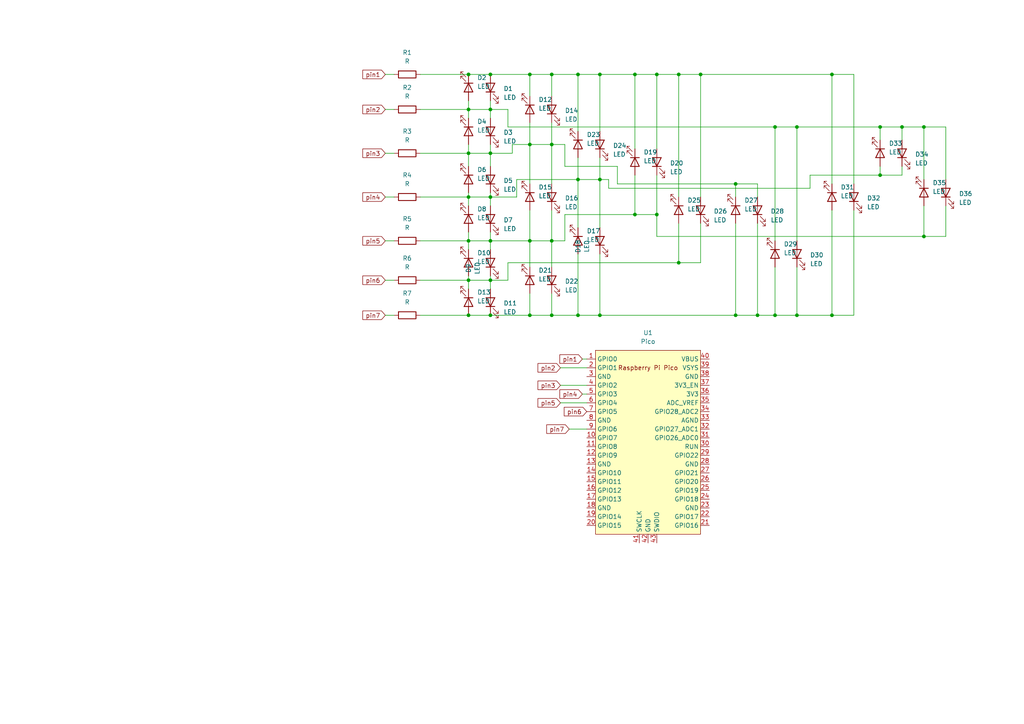
<source format=kicad_sch>
(kicad_sch (version 20231120) (generator "eeschema") (generator_version "8.0")
  (paper "A4")
  (lib_symbols
    (symbol "Device:LED" (pin_numbers hide) (pin_names (offset 1.016) hide)
      (property "Reference" "D" (at 0 2.54 0))
      (property "Value" "LED" (at 0 -2.54 0))
      (symbol "LED_0_1"
        (polyline (pts (xy -1.27 -1.27) (xy -1.27 1.27)) (stroke (width 0.254)))
        (polyline (pts (xy -1.27 0) (xy 1.27 0)))
        (polyline (pts (xy 1.27 -1.27) (xy 1.27 1.27) (xy -1.27 0) (xy 1.27 -1.27)) (stroke (width 0.254)))
        (polyline (pts (xy -3.048 -0.762) (xy -4.572 -2.286) (xy -3.81 -2.286) (xy -4.572 -2.286) (xy -4.572 -1.524)))
        (polyline (pts (xy -1.778 -0.762) (xy -3.302 -2.286) (xy -2.54 -2.286) (xy -3.302 -2.286) (xy -3.302 -1.524)))
      )
      (symbol "LED_1_1"
        (pin passive line (at -3.81 0 0) (length 2.54) (name "K") (number "1"))
        (pin passive line (at 3.81 0 180) (length 2.54) (name "A") (number "2"))
      )
    )
    (symbol "Device:R" (pin_numbers hide) (pin_names (offset 0))
      (property "Reference" "R" (at 2.032 0 90))
      (property "Value" "R" (at 0 0 90))
      (symbol "R_0_1"
        (rectangle (start -1.016 -2.54) (end 1.016 2.54) (stroke (width 0.254)))
      )
      (symbol "R_1_1"
        (pin passive line (at 0 3.81 270) (length 1.27) (name "~") (number "1"))
        (pin passive line (at 0 -3.81 90) (length 1.27) (name "~") (number "2"))
      )
    )
    (symbol "Pi Pico:Pico"
      (property "Reference" "U" (at -13.97 27.94 0))
      (property "Value" "Pico" (at 0 19.05 0))
      (symbol "Pico_0_0"
        (text "Raspberry Pi Pico" (at 0 21.59 0) (effects (font (size 1.27 1.27))))
      )
      (symbol "Pico_0_1"
        (rectangle (start -15.24 26.67) (end 15.24 -26.67) (fill (type background)))
      )
      (symbol "Pico_1_1"
        (pin bidirectional line (at -17.78 24.13 0) (length 2.54) (name "GPIO0") (number "1"))
        (pin bidirectional line (at -17.78 1.27 0) (length 2.54) (name "GPIO7") (number "10"))
        (pin bidirectional line (at -17.78 -1.27 0) (length 2.54) (name "GPIO8") (number "11"))
        (pin bidirectional line (at -17.78 -3.81 0) (length 2.54) (name "GPIO9") (number "12"))
        (pin power_in line (at -17.78 -6.35 0) (length 2.54) (name "GND") (number "13"))
        (pin bidirectional line (at -17.78 -8.89 0) (length 2.54) (name "GPIO10") (number "14"))
        (pin bidirectional line (at -17.78 -11.43 0) (length 2.54) (name "GPIO11") (number "15"))
        (pin bidirectional line (at -17.78 -13.97 0) (length 2.54) (name "GPIO12") (number "16"))
        (pin bidirectional line (at -17.78 -16.51 0) (length 2.54) (name "GPIO13") (number "17"))
        (pin power_in line (at -17.78 -19.05 0) (length 2.54) (name "GND") (number "18"))
        (pin bidirectional line (at -17.78 -21.59 0) (length 2.54) (name "GPIO14") (number "19"))
        (pin bidirectional line (at -17.78 21.59 0) (length 2.54) (name "GPIO1") (number "2"))
        (pin bidirectional line (at -17.78 -24.13 0) (length 2.54) (name "GPIO15") (number "20"))
        (pin bidirectional line (at 17.78 -24.13 180) (length 2.54) (name "GPIO16") (number "21"))
        (pin bidirectional line (at 17.78 -21.59 180) (length 2.54) (name "GPIO17") (number "22"))
        (pin power_in line (at 17.78 -19.05 180) (length 2.54) (name "GND") (number "23"))
        (pin bidirectional line (at 17.78 -16.51 180) (length 2.54) (name "GPIO18") (number "24"))
        (pin bidirectional line (at 17.78 -13.97 180) (length 2.54) (name "GPIO19") (number "25"))
        (pin bidirectional line (at 17.78 -11.43 180) (length 2.54) (name "GPIO20") (number "26"))
        (pin bidirectional line (at 17.78 -8.89 180) (length 2.54) (name "GPIO21") (number "27"))
        (pin power_in line (at 17.78 -6.35 180) (length 2.54) (name "GND") (number "28"))
        (pin bidirectional line (at 17.78 -3.81 180) (length 2.54) (name "GPIO22") (number "29"))
        (pin power_in line (at -17.78 19.05 0) (length 2.54) (name "GND") (number "3"))
        (pin input line (at 17.78 -1.27 180) (length 2.54) (name "RUN") (number "30"))
        (pin bidirectional line (at 17.78 1.27 180) (length 2.54) (name "GPIO26_ADC0") (number "31"))
        (pin bidirectional line (at 17.78 3.81 180) (length 2.54) (name "GPIO27_ADC1") (number "32"))
        (pin power_in line (at 17.78 6.35 180) (length 2.54) (name "AGND") (number "33"))
        (pin bidirectional line (at 17.78 8.89 180) (length 2.54) (name "GPIO28_ADC2") (number "34"))
        (pin power_in line (at 17.78 11.43 180) (length 2.54) (name "ADC_VREF") (number "35"))
        (pin power_in line (at 17.78 13.97 180) (length 2.54) (name "3V3") (number "36"))
        (pin input line (at 17.78 16.51 180) (length 2.54) (name "3V3_EN") (number "37"))
        (pin bidirectional line (at 17.78 19.05 180) (length 2.54) (name "GND") (number "38"))
        (pin power_in line (at 17.78 21.59 180) (length 2.54) (name "VSYS") (number "39"))
        (pin bidirectional line (at -17.78 16.51 0) (length 2.54) (name "GPIO2") (number "4"))
        (pin power_in line (at 17.78 24.13 180) (length 2.54) (name "VBUS") (number "40"))
        (pin input line (at -2.54 -29.21 90) (length 2.54) (name "SWCLK") (number "41"))
        (pin power_in line (at 0 -29.21 90) (length 2.54) (name "GND") (number "42"))
        (pin bidirectional line (at 2.54 -29.21 90) (length 2.54) (name "SWDIO") (number "43"))
        (pin bidirectional line (at -17.78 13.97 0) (length 2.54) (name "GPIO3") (number "5"))
        (pin bidirectional line (at -17.78 11.43 0) (length 2.54) (name "GPIO4") (number "6"))
        (pin bidirectional line (at -17.78 8.89 0) (length 2.54) (name "GPIO5") (number "7"))
        (pin power_in line (at -17.78 6.35 0) (length 2.54) (name "GND") (number "8"))
        (pin bidirectional line (at -17.78 3.81 0) (length 2.54) (name "GPIO6") (number "9"))
      )
    )
  )
  (junction (at 135.89 57.15))
  (junction (at 135.89 81.28))
  (junction (at 142.24 57.15))
  (junction (at 153.67 91.44))
  (junction (at 213.36 53.34))
  (junction (at 190.5 62.23))
  (junction (at 173.99 52.07))
  (junction (at 160.02 21.59))
  (junction (at 267.97 68.58))
  (junction (at 184.15 21.59))
  (junction (at 213.36 91.44))
  (junction (at 196.85 76.2))
  (junction (at 203.2 21.59))
  (junction (at 261.62 36.83))
  (junction (at 142.24 31.75))
  (junction (at 167.64 52.07))
  (junction (at 153.67 21.59))
  (junction (at 160.02 69.85))
  (junction (at 160.02 91.44))
  (junction (at 173.99 21.59))
  (junction (at 184.15 62.23))
  (junction (at 135.89 21.59))
  (junction (at 219.71 91.44))
  (junction (at 231.14 36.83))
  (junction (at 173.99 91.44))
  (junction (at 135.89 31.75))
  (junction (at 135.89 69.85))
  (junction (at 255.27 50.8))
  (junction (at 190.5 21.59))
  (junction (at 231.14 91.44))
  (junction (at 224.79 91.44))
  (junction (at 196.85 21.59))
  (junction (at 160.02 41.91))
  (junction (at 167.64 91.44))
  (junction (at 224.79 36.83))
  (junction (at 142.24 81.28))
  (junction (at 135.89 44.45))
  (junction (at 142.24 21.59))
  (junction (at 153.67 41.91))
  (junction (at 135.89 91.44))
  (junction (at 241.3 21.59))
  (junction (at 255.27 36.83))
  (junction (at 142.24 69.85))
  (junction (at 142.24 91.44))
  (junction (at 241.3 91.44))
  (junction (at 267.97 36.83))
  (junction (at 142.24 44.45))
  (junction (at 153.67 69.85))
  (junction (at 167.64 21.59))
  (wire (pts (xy 196.85 64.77) (xy 196.85 76.2)))
  (wire (pts (xy 167.64 52.07) (xy 167.64 66.04)))
  (wire (pts (xy 148.59 44.45) (xy 148.59 41.91)))
  (wire (pts (xy 142.24 31.75) (xy 147.32 31.75)))
  (wire (pts (xy 255.27 48.26) (xy 255.27 50.8)))
  (wire (pts (xy 173.99 52.07) (xy 173.99 66.04)))
  (wire (pts (xy 163.83 62.23) (xy 184.15 62.23)))
  (wire (pts (xy 274.32 36.83) (xy 267.97 36.83)))
  (wire (pts (xy 111.76 57.15) (xy 114.3 57.15)))
  (wire (pts (xy 234.95 54.61) (xy 234.95 50.8)))
  (wire (pts (xy 135.89 80.01) (xy 135.89 81.28)))
  (wire (pts (xy 142.24 81.28) (xy 147.32 81.28)))
  (wire (pts (xy 142.24 80.01) (xy 142.24 81.28)))
  (wire (pts (xy 147.32 36.83) (xy 224.79 36.83)))
  (wire (pts (xy 135.89 44.45) (xy 142.24 44.45)))
  (wire (pts (xy 167.64 91.44) (xy 160.02 91.44)))
  (wire (pts (xy 153.67 60.96) (xy 153.67 69.85)))
  (wire (pts (xy 160.02 27.94) (xy 160.02 21.59)))
  (wire (pts (xy 142.24 57.15) (xy 149.86 57.15)))
  (wire (pts (xy 135.89 41.91) (xy 135.89 44.45)))
  (wire (pts (xy 224.79 77.47) (xy 224.79 91.44)))
  (wire (pts (xy 153.67 21.59) (xy 153.67 27.94)))
  (wire (pts (xy 148.59 41.91) (xy 153.67 41.91)))
  (wire (pts (xy 153.67 91.44) (xy 142.24 91.44)))
  (wire (pts (xy 234.95 50.8) (xy 255.27 50.8)))
  (wire (pts (xy 224.79 36.83) (xy 224.79 69.85)))
  (wire (pts (xy 213.36 53.34) (xy 213.36 57.15)))
  (wire (pts (xy 162.56 106.68) (xy 170.18 106.68)))
  (wire (pts (xy 111.76 31.75) (xy 114.3 31.75)))
  (wire (pts (xy 142.24 31.75) (xy 142.24 34.29)))
  (wire (pts (xy 160.02 41.91) (xy 163.83 41.91)))
  (wire (pts (xy 160.02 69.85) (xy 160.02 77.47)))
  (wire (pts (xy 111.76 91.44) (xy 114.3 91.44)))
  (wire (pts (xy 173.99 38.1) (xy 173.99 21.59)))
  (wire (pts (xy 173.99 91.44) (xy 167.64 91.44)))
  (wire (pts (xy 255.27 36.83) (xy 255.27 40.64)))
  (wire (pts (xy 153.67 35.56) (xy 153.67 41.91)))
  (wire (pts (xy 111.76 81.28) (xy 114.3 81.28)))
  (wire (pts (xy 153.67 69.85) (xy 142.24 69.85)))
  (wire (pts (xy 142.24 81.28) (xy 142.24 83.82)))
  (wire (pts (xy 160.02 35.56) (xy 160.02 41.91)))
  (wire (pts (xy 121.92 44.45) (xy 135.89 44.45)))
  (wire (pts (xy 160.02 69.85) (xy 153.67 69.85)))
  (wire (pts (xy 121.92 69.85) (xy 135.89 69.85)))
  (wire (pts (xy 165.1 124.46) (xy 170.18 124.46)))
  (wire (pts (xy 190.5 62.23) (xy 190.5 50.8)))
  (wire (pts (xy 231.14 36.83) (xy 231.14 69.85)))
  (wire (pts (xy 219.71 64.77) (xy 219.71 91.44)))
  (wire (pts (xy 213.36 64.77) (xy 213.36 91.44)))
  (wire (pts (xy 142.24 44.45) (xy 142.24 48.26)))
  (wire (pts (xy 142.24 41.91) (xy 142.24 44.45)))
  (wire (pts (xy 142.24 29.21) (xy 142.24 31.75)))
  (wire (pts (xy 224.79 91.44) (xy 219.71 91.44)))
  (wire (pts (xy 173.99 45.72) (xy 173.99 52.07)))
  (wire (pts (xy 267.97 59.69) (xy 267.97 68.58)))
  (wire (pts (xy 168.91 114.3) (xy 170.18 114.3)))
  (wire (pts (xy 274.32 52.07) (xy 274.32 36.83)))
  (wire (pts (xy 135.89 81.28) (xy 142.24 81.28)))
  (wire (pts (xy 267.97 36.83) (xy 267.97 52.07)))
  (wire (pts (xy 149.86 57.15) (xy 149.86 52.07)))
  (wire (pts (xy 190.5 68.58) (xy 267.97 68.58)))
  (wire (pts (xy 135.89 29.21) (xy 135.89 31.75)))
  (wire (pts (xy 190.5 21.59) (xy 190.5 43.18)))
  (wire (pts (xy 135.89 67.31) (xy 135.89 69.85)))
  (wire (pts (xy 184.15 50.8) (xy 184.15 62.23)))
  (wire (pts (xy 231.14 77.47) (xy 231.14 91.44)))
  (wire (pts (xy 184.15 21.59) (xy 173.99 21.59)))
  (wire (pts (xy 121.92 91.44) (xy 135.89 91.44)))
  (wire (pts (xy 160.02 91.44) (xy 153.67 91.44)))
  (wire (pts (xy 247.65 53.34) (xy 247.65 21.59)))
  (wire (pts (xy 160.02 69.85) (xy 163.83 69.85)))
  (wire (pts (xy 255.27 50.8) (xy 261.62 50.8)))
  (wire (pts (xy 173.99 73.66) (xy 173.99 91.44)))
  (wire (pts (xy 267.97 68.58) (xy 274.32 68.58)))
  (wire (pts (xy 241.3 21.59) (xy 241.3 53.34)))
  (wire (pts (xy 147.32 31.75) (xy 147.32 36.83)))
  (wire (pts (xy 135.89 57.15) (xy 142.24 57.15)))
  (wire (pts (xy 196.85 21.59) (xy 196.85 57.15)))
  (wire (pts (xy 173.99 52.07) (xy 167.64 52.07)))
  (wire (pts (xy 153.67 85.09) (xy 153.67 91.44)))
  (wire (pts (xy 135.89 81.28) (xy 135.89 83.82)))
  (wire (pts (xy 121.92 57.15) (xy 135.89 57.15)))
  (wire (pts (xy 241.3 60.96) (xy 241.3 91.44)))
  (wire (pts (xy 261.62 50.8) (xy 261.62 48.26)))
  (wire (pts (xy 121.92 31.75) (xy 135.89 31.75)))
  (wire (pts (xy 111.76 21.59) (xy 114.3 21.59)))
  (wire (pts (xy 135.89 44.45) (xy 135.89 48.26)))
  (wire (pts (xy 142.24 44.45) (xy 148.59 44.45)))
  (wire (pts (xy 153.67 53.34) (xy 153.67 41.91)))
  (wire (pts (xy 261.62 36.83) (xy 255.27 36.83)))
  (wire (pts (xy 135.89 69.85) (xy 135.89 72.39)))
  (wire (pts (xy 135.89 55.88) (xy 135.89 57.15)))
  (wire (pts (xy 173.99 52.07) (xy 176.53 52.07)))
  (wire (pts (xy 231.14 91.44) (xy 224.79 91.44)))
  (wire (pts (xy 147.32 76.2) (xy 196.85 76.2)))
  (wire (pts (xy 142.24 57.15) (xy 142.24 59.69)))
  (wire (pts (xy 160.02 60.96) (xy 160.02 69.85)))
  (wire (pts (xy 167.64 73.66) (xy 167.64 91.44)))
  (wire (pts (xy 190.5 21.59) (xy 184.15 21.59)))
  (wire (pts (xy 176.53 52.07) (xy 176.53 54.61)))
  (wire (pts (xy 153.67 69.85) (xy 153.67 77.47)))
  (wire (pts (xy 219.71 91.44) (xy 213.36 91.44)))
  (wire (pts (xy 213.36 53.34) (xy 219.71 53.34)))
  (wire (pts (xy 153.67 21.59) (xy 142.24 21.59)))
  (wire (pts (xy 160.02 53.34) (xy 160.02 41.91)))
  (wire (pts (xy 167.64 21.59) (xy 160.02 21.59)))
  (wire (pts (xy 168.91 104.14) (xy 170.18 104.14)))
  (wire (pts (xy 142.24 55.88) (xy 142.24 57.15)))
  (wire (pts (xy 173.99 21.59) (xy 167.64 21.59)))
  (wire (pts (xy 267.97 36.83) (xy 261.62 36.83)))
  (wire (pts (xy 247.65 91.44) (xy 241.3 91.44)))
  (wire (pts (xy 142.24 67.31) (xy 142.24 69.85)))
  (wire (pts (xy 160.02 21.59) (xy 153.67 21.59)))
  (wire (pts (xy 179.07 53.34) (xy 213.36 53.34)))
  (wire (pts (xy 135.89 57.15) (xy 135.89 59.69)))
  (wire (pts (xy 261.62 40.64) (xy 261.62 36.83)))
  (wire (pts (xy 196.85 76.2) (xy 203.2 76.2)))
  (wire (pts (xy 184.15 62.23) (xy 190.5 62.23)))
  (wire (pts (xy 160.02 85.09) (xy 160.02 91.44)))
  (wire (pts (xy 219.71 57.15) (xy 219.71 53.34)))
  (wire (pts (xy 255.27 36.83) (xy 231.14 36.83)))
  (wire (pts (xy 203.2 76.2) (xy 203.2 64.77)))
  (wire (pts (xy 184.15 21.59) (xy 184.15 43.18)))
  (wire (pts (xy 121.92 81.28) (xy 135.89 81.28)))
  (wire (pts (xy 274.32 68.58) (xy 274.32 59.69)))
  (wire (pts (xy 203.2 57.15) (xy 203.2 21.59)))
  (wire (pts (xy 224.79 36.83) (xy 231.14 36.83)))
  (wire (pts (xy 196.85 21.59) (xy 190.5 21.59)))
  (wire (pts (xy 147.32 81.28) (xy 147.32 76.2)))
  (wire (pts (xy 111.76 44.45) (xy 114.3 44.45)))
  (wire (pts (xy 167.64 21.59) (xy 167.64 38.1)))
  (wire (pts (xy 163.83 48.26) (xy 179.07 48.26)))
  (wire (pts (xy 135.89 21.59) (xy 142.24 21.59)))
  (wire (pts (xy 135.89 91.44) (xy 142.24 91.44)))
  (wire (pts (xy 190.5 62.23) (xy 190.5 68.58)))
  (wire (pts (xy 167.64 52.07) (xy 167.64 45.72)))
  (wire (pts (xy 163.83 69.85) (xy 163.83 62.23)))
  (wire (pts (xy 135.89 69.85) (xy 142.24 69.85)))
  (wire (pts (xy 153.67 41.91) (xy 160.02 41.91)))
  (wire (pts (xy 213.36 91.44) (xy 173.99 91.44)))
  (wire (pts (xy 162.56 116.84) (xy 170.18 116.84)))
  (wire (pts (xy 203.2 21.59) (xy 196.85 21.59)))
  (wire (pts (xy 247.65 60.96) (xy 247.65 91.44)))
  (wire (pts (xy 176.53 54.61) (xy 234.95 54.61)))
  (wire (pts (xy 149.86 52.07) (xy 167.64 52.07)))
  (wire (pts (xy 163.83 41.91) (xy 163.83 48.26)))
  (wire (pts (xy 162.56 111.76) (xy 170.18 111.76)))
  (wire (pts (xy 179.07 48.26) (xy 179.07 53.34)))
  (wire (pts (xy 142.24 69.85) (xy 142.24 72.39)))
  (wire (pts (xy 111.76 69.85) (xy 114.3 69.85)))
  (wire (pts (xy 241.3 21.59) (xy 203.2 21.59)))
  (wire (pts (xy 121.92 21.59) (xy 135.89 21.59)))
  (wire (pts (xy 247.65 21.59) (xy 241.3 21.59)))
  (wire (pts (xy 135.89 31.75) (xy 142.24 31.75)))
  (wire (pts (xy 241.3 91.44) (xy 231.14 91.44)))
  (wire (pts (xy 135.89 31.75) (xy 135.89 34.29)))
  (global_label "pin4" (shape input) (at 168.91 114.3 180) (property "Intersheetrefs" "${INTERSHEET_REFS}" (effects (hide yes))))
  (global_label "pin5" (shape input) (at 162.56 116.84 180) (property "Intersheetrefs" "${INTERSHEET_REFS}" (effects (hide yes))))
  (global_label "pin2" (shape input) (at 111.76 31.75 180) (property "Intersheetrefs" "${INTERSHEET_REFS}" (effects (hide yes))))
  (global_label "pin5" (shape input) (at 111.76 69.85 180) (property "Intersheetrefs" "${INTERSHEET_REFS}" (effects (hide yes))))
  (global_label "pin2" (shape input) (at 162.56 106.68 180) (property "Intersheetrefs" "${INTERSHEET_REFS}" (effects (hide yes))))
  (global_label "pin1" (shape input) (at 168.91 104.14 180) (property "Intersheetrefs" "${INTERSHEET_REFS}" (effects (hide yes))))
  (global_label "pin4" (shape input) (at 111.76 57.15 180) (property "Intersheetrefs" "${INTERSHEET_REFS}" (effects (hide yes))))
  (global_label "pin7" (shape input) (at 165.1 124.46 180) (property "Intersheetrefs" "${INTERSHEET_REFS}" (effects (hide yes))))
  (global_label "pin3" (shape input) (at 111.76 44.45 180) (property "Intersheetrefs" "${INTERSHEET_REFS}" (effects (hide yes))))
  (global_label "pin6" (shape input) (at 111.76 81.28 180) (property "Intersheetrefs" "${INTERSHEET_REFS}" (effects (hide yes))))
  (global_label "pin6" (shape input) (at 170.18 119.38 180) (property "Intersheetrefs" "${INTERSHEET_REFS}" (effects (hide yes))))
  (global_label "pin1" (shape input) (at 111.76 21.59 180) (property "Intersheetrefs" "${INTERSHEET_REFS}" (effects (hide yes))))
  (global_label "pin3" (shape input) (at 162.56 111.76 180) (property "Intersheetrefs" "${INTERSHEET_REFS}" (effects (hide yes))))
  (global_label "pin7" (shape input) (at 111.76 91.44 180) (property "Intersheetrefs" "${INTERSHEET_REFS}" (effects (hide yes))))
  (symbol (lib_id "Device:R") (at 118.11 81.28 90) (unit 1)
    (property "Reference" "R6" (at 118.11 74.93 90))
    (property "Value" "R" (at 118.11 77.47 90))
    (property "Footprint" "Resistor_SMD:R_0805_2012Metric" (effects (hide yes)))
    (property "Description" "Resistor" (effects (hide yes)))
  )
  (symbol (lib_id "Device:LED") (at 135.89 87.63 270) (unit 1)
    (property "Reference" "D13" (at 138.43 84.7724 90) (effects (justify left)))
    (property "Value" "LED" (at 138.43 87.3124 90) (effects (justify left)))
    (property "Footprint" "LED_SMD:LED_0805_2012Metric" (effects (hide yes)))
    (property "Description" "Light emitting diode" (effects (hide yes)))
  )
  (symbol (lib_id "Pi Pico:Pico") (at 187.96 128.27 0) (unit 1)
    (property "Reference" "U1" (at 187.96 96.52 0))
    (property "Value" "Pico" (at 187.96 99.06 0))
    (property "Footprint" "Pi Pico:RPi_Pico_SMD_TH" (effects (hide yes)))
  )
  (symbol (lib_id "Device:LED") (at 267.97 55.88 270) (unit 1)
    (property "Reference" "D35" (at 270.51 53.0224 90) (effects (justify left)))
    (property "Value" "LED" (at 270.51 55.5624 90) (effects (justify left)))
    (property "Footprint" "LED_SMD:LED_0805_2012Metric" (effects (hide yes)))
    (property "Description" "Light emitting diode" (effects (hide yes)))
  )
  (symbol (lib_id "Device:R") (at 118.11 57.15 90) (unit 1)
    (property "Reference" "R4" (at 118.11 50.8 90))
    (property "Value" "R" (at 118.11 53.34 90))
    (property "Footprint" "Resistor_SMD:R_0805_2012Metric" (effects (hide yes)))
    (property "Description" "Resistor" (effects (hide yes)))
  )
  (symbol (lib_id "Device:LED") (at 142.24 76.2 90) (unit 1)
    (property "Reference" "D9" (at 135.89 77.7875 0))
    (property "Value" "LED" (at 138.43 77.7875 0))
    (property "Footprint" "LED_SMD:LED_0805_2012Metric" (effects (hide yes)))
    (property "Description" "Light emitting diode" (effects (hide yes)))
  )
  (symbol (lib_id "Device:LED") (at 241.3 57.15 270) (unit 1)
    (property "Reference" "D31" (at 243.84 54.2924 90) (effects (justify left)))
    (property "Value" "LED" (at 243.84 56.8324 90) (effects (justify left)))
    (property "Footprint" "LED_SMD:LED_0805_2012Metric" (effects (hide yes)))
    (property "Description" "Light emitting diode" (effects (hide yes)))
  )
  (symbol (lib_id "Device:LED") (at 160.02 31.75 90) (unit 1)
    (property "Reference" "D14" (at 163.83 32.0674 90) (effects (justify right)))
    (property "Value" "LED" (at 163.83 34.6074 90) (effects (justify right)))
    (property "Footprint" "LED_SMD:LED_0805_2012Metric" (effects (hide yes)))
    (property "Description" "Light emitting diode" (effects (hide yes)))
  )
  (symbol (lib_id "Device:LED") (at 153.67 31.75 270) (unit 1)
    (property "Reference" "D12" (at 156.21 28.8924 90) (effects (justify left)))
    (property "Value" "LED" (at 156.21 31.4324 90) (effects (justify left)))
    (property "Footprint" "LED_SMD:LED_0805_2012Metric" (effects (hide yes)))
    (property "Description" "Light emitting diode" (effects (hide yes)))
  )
  (symbol (lib_id "Device:R") (at 118.11 21.59 90) (unit 1)
    (property "Reference" "R1" (at 118.11 15.24 90))
    (property "Value" "R" (at 118.11 17.78 90))
    (property "Footprint" "Resistor_SMD:R_0805_2012Metric" (effects (hide yes)))
    (property "Description" "Resistor" (effects (hide yes)))
  )
  (symbol (lib_id "Device:LED") (at 190.5 46.99 90) (unit 1)
    (property "Reference" "D20" (at 194.31 47.3074 90) (effects (justify right)))
    (property "Value" "LED" (at 194.31 49.8474 90) (effects (justify right)))
    (property "Footprint" "LED_SMD:LED_0805_2012Metric" (effects (hide yes)))
    (property "Description" "Light emitting diode" (effects (hide yes)))
  )
  (symbol (lib_id "Device:LED") (at 247.65 57.15 90) (unit 1)
    (property "Reference" "D32" (at 251.46 57.4674 90) (effects (justify right)))
    (property "Value" "LED" (at 251.46 60.0074 90) (effects (justify right)))
    (property "Footprint" "LED_SMD:LED_0805_2012Metric" (effects (hide yes)))
    (property "Description" "Light emitting diode" (effects (hide yes)))
  )
  (symbol (lib_id "Device:LED") (at 142.24 25.4 90) (unit 1)
    (property "Reference" "D1" (at 146.05 25.7174 90) (effects (justify right)))
    (property "Value" "LED" (at 146.05 28.2574 90) (effects (justify right)))
    (property "Footprint" "LED_SMD:LED_0805_2012Metric" (effects (hide yes)))
    (property "Description" "Light emitting diode" (effects (hide yes)))
  )
  (symbol (lib_id "Device:LED") (at 142.24 38.1 90) (unit 1)
    (property "Reference" "D3" (at 146.05 38.4174 90) (effects (justify right)))
    (property "Value" "LED" (at 146.05 40.9574 90) (effects (justify right)))
    (property "Footprint" "LED_SMD:LED_0805_2012Metric" (effects (hide yes)))
    (property "Description" "Light emitting diode" (effects (hide yes)))
  )
  (symbol (lib_id "Device:LED") (at 160.02 57.15 90) (unit 1)
    (property "Reference" "D16" (at 163.83 57.4674 90) (effects (justify right)))
    (property "Value" "LED" (at 163.83 60.0074 90) (effects (justify right)))
    (property "Footprint" "LED_SMD:LED_0805_2012Metric" (effects (hide yes)))
    (property "Description" "Light emitting diode" (effects (hide yes)))
  )
  (symbol (lib_id "Device:LED") (at 142.24 63.5 90) (unit 1)
    (property "Reference" "D7" (at 146.05 63.8174 90) (effects (justify right)))
    (property "Value" "LED" (at 146.05 66.3574 90) (effects (justify right)))
    (property "Footprint" "LED_SMD:LED_0805_2012Metric" (effects (hide yes)))
    (property "Description" "Light emitting diode" (effects (hide yes)))
  )
  (symbol (lib_id "Device:LED") (at 261.62 44.45 90) (unit 1)
    (property "Reference" "D34" (at 265.43 44.7674 90) (effects (justify right)))
    (property "Value" "LED" (at 265.43 47.3074 90) (effects (justify right)))
    (property "Footprint" "LED_SMD:LED_0805_2012Metric" (effects (hide yes)))
    (property "Description" "Light emitting diode" (effects (hide yes)))
  )
  (symbol (lib_id "Device:LED") (at 135.89 76.2 270) (unit 1)
    (property "Reference" "D10" (at 138.43 73.3424 90) (effects (justify left)))
    (property "Value" "LED" (at 138.43 75.8824 90) (effects (justify left)))
    (property "Footprint" "LED_SMD:LED_0805_2012Metric" (effects (hide yes)))
    (property "Description" "Light emitting diode" (effects (hide yes)))
  )
  (symbol (lib_id "Device:LED") (at 274.32 55.88 90) (unit 1)
    (property "Reference" "D36" (at 278.13 56.1974 90) (effects (justify right)))
    (property "Value" "LED" (at 278.13 58.7374 90) (effects (justify right)))
    (property "Footprint" "LED_SMD:LED_0805_2012Metric" (effects (hide yes)))
    (property "Description" "Light emitting diode" (effects (hide yes)))
  )
  (symbol (lib_id "Device:LED") (at 142.24 52.07 90) (unit 1)
    (property "Reference" "D5" (at 146.05 52.3874 90) (effects (justify right)))
    (property "Value" "LED" (at 146.05 54.9274 90) (effects (justify right)))
    (property "Footprint" "LED_SMD:LED_0805_2012Metric" (effects (hide yes)))
    (property "Description" "Light emitting diode" (effects (hide yes)))
  )
  (symbol (lib_id "Device:R") (at 118.11 91.44 90) (unit 1)
    (property "Reference" "R7" (at 118.11 85.09 90))
    (property "Value" "R" (at 118.11 87.63 90))
    (property "Footprint" "Resistor_SMD:R_0805_2012Metric" (effects (hide yes)))
    (property "Description" "Resistor" (effects (hide yes)))
  )
  (symbol (lib_id "Device:LED") (at 173.99 69.85 90) (unit 1)
    (property "Reference" "D18" (at 167.64 71.4375 0))
    (property "Value" "LED" (at 170.18 71.4375 0))
    (property "Footprint" "LED_SMD:LED_0805_2012Metric" (effects (hide yes)))
    (property "Description" "Light emitting diode" (effects (hide yes)))
  )
  (symbol (lib_id "Device:LED") (at 142.24 87.63 90) (unit 1)
    (property "Reference" "D11" (at 146.05 87.9474 90) (effects (justify right)))
    (property "Value" "LED" (at 146.05 90.4874 90) (effects (justify right)))
    (property "Footprint" "LED_SMD:LED_0805_2012Metric" (effects (hide yes)))
    (property "Description" "Light emitting diode" (effects (hide yes)))
  )
  (symbol (lib_id "Device:LED") (at 184.15 46.99 270) (unit 1)
    (property "Reference" "D19" (at 186.69 44.1324 90) (effects (justify left)))
    (property "Value" "LED" (at 186.69 46.6724 90) (effects (justify left)))
    (property "Footprint" "LED_SMD:LED_0805_2012Metric" (effects (hide yes)))
    (property "Description" "Light emitting diode" (effects (hide yes)))
  )
  (symbol (lib_id "Device:LED") (at 173.99 41.91 90) (unit 1)
    (property "Reference" "D24" (at 177.8 42.2274 90) (effects (justify right)))
    (property "Value" "LED" (at 177.8 44.7674 90) (effects (justify right)))
    (property "Footprint" "LED_SMD:LED_0805_2012Metric" (effects (hide yes)))
    (property "Description" "Light emitting diode" (effects (hide yes)))
  )
  (symbol (lib_id "Device:LED") (at 196.85 60.96 270) (unit 1)
    (property "Reference" "D25" (at 199.39 58.1024 90) (effects (justify left)))
    (property "Value" "LED" (at 199.39 60.6424 90) (effects (justify left)))
    (property "Footprint" "LED_SMD:LED_0805_2012Metric" (effects (hide yes)))
    (property "Description" "Light emitting diode" (effects (hide yes)))
  )
  (symbol (lib_id "Device:R") (at 118.11 69.85 90) (unit 1)
    (property "Reference" "R5" (at 118.11 63.5 90))
    (property "Value" "R" (at 118.11 66.04 90))
    (property "Footprint" "Resistor_SMD:R_0805_2012Metric" (effects (hide yes)))
    (property "Description" "Resistor" (effects (hide yes)))
  )
  (symbol (lib_id "Device:R") (at 118.11 31.75 90) (unit 1)
    (property "Reference" "R2" (at 118.11 25.4 90))
    (property "Value" "R" (at 118.11 27.94 90))
    (property "Footprint" "Resistor_SMD:R_0805_2012Metric" (effects (hide yes)))
    (property "Description" "Resistor" (effects (hide yes)))
  )
  (symbol (lib_id "Device:LED") (at 135.89 25.4 270) (unit 1)
    (property "Reference" "D2" (at 138.43 22.5424 90) (effects (justify left)))
    (property "Value" "LED" (at 138.43 25.0824 90) (effects (justify left)))
    (property "Footprint" "LED_SMD:LED_0805_2012Metric" (effects (hide yes)))
    (property "Description" "Light emitting diode" (effects (hide yes)))
  )
  (symbol (lib_id "Device:LED") (at 135.89 63.5 270) (unit 1)
    (property "Reference" "D8" (at 138.43 60.6424 90) (effects (justify left)))
    (property "Value" "LED" (at 138.43 63.1824 90) (effects (justify left)))
    (property "Footprint" "LED_SMD:LED_0805_2012Metric" (effects (hide yes)))
    (property "Description" "Light emitting diode" (effects (hide yes)))
  )
  (symbol (lib_id "Device:LED") (at 167.64 69.85 270) (unit 1)
    (property "Reference" "D17" (at 170.18 66.9924 90) (effects (justify left)))
    (property "Value" "LED" (at 170.18 69.5324 90) (effects (justify left)))
    (property "Footprint" "LED_SMD:LED_0805_2012Metric" (effects (hide yes)))
    (property "Description" "Light emitting diode" (effects (hide yes)))
  )
  (symbol (lib_id "Device:LED") (at 231.14 73.66 90) (unit 1)
    (property "Reference" "D30" (at 234.95 73.9774 90) (effects (justify right)))
    (property "Value" "LED" (at 234.95 76.5174 90) (effects (justify right)))
    (property "Footprint" "LED_SMD:LED_0805_2012Metric" (effects (hide yes)))
    (property "Description" "Light emitting diode" (effects (hide yes)))
  )
  (symbol (lib_id "Device:LED") (at 203.2 60.96 90) (unit 1)
    (property "Reference" "D26" (at 207.01 61.2774 90) (effects (justify right)))
    (property "Value" "LED" (at 207.01 63.8174 90) (effects (justify right)))
    (property "Footprint" "LED_SMD:LED_0805_2012Metric" (effects (hide yes)))
    (property "Description" "Light emitting diode" (effects (hide yes)))
  )
  (symbol (lib_id "Device:LED") (at 167.64 41.91 270) (unit 1)
    (property "Reference" "D23" (at 170.18 39.0524 90) (effects (justify left)))
    (property "Value" "LED" (at 170.18 41.5924 90) (effects (justify left)))
    (property "Footprint" "LED_SMD:LED_0805_2012Metric" (effects (hide yes)))
    (property "Description" "Light emitting diode" (effects (hide yes)))
  )
  (symbol (lib_id "Device:LED") (at 135.89 38.1 270) (unit 1)
    (property "Reference" "D4" (at 138.43 35.2424 90) (effects (justify left)))
    (property "Value" "LED" (at 138.43 37.7824 90) (effects (justify left)))
    (property "Footprint" "LED_SMD:LED_0805_2012Metric" (effects (hide yes)))
    (property "Description" "Light emitting diode" (effects (hide yes)))
  )
  (symbol (lib_id "Device:LED") (at 153.67 57.15 270) (unit 1)
    (property "Reference" "D15" (at 156.21 54.2924 90) (effects (justify left)))
    (property "Value" "LED" (at 156.21 56.8324 90) (effects (justify left)))
    (property "Footprint" "LED_SMD:LED_0805_2012Metric" (effects (hide yes)))
    (property "Description" "Light emitting diode" (effects (hide yes)))
  )
  (symbol (lib_id "Device:LED") (at 255.27 44.45 270) (unit 1)
    (property "Reference" "D33" (at 257.81 41.5924 90) (effects (justify left)))
    (property "Value" "LED" (at 257.81 44.1324 90) (effects (justify left)))
    (property "Footprint" "LED_SMD:LED_0805_2012Metric" (effects (hide yes)))
    (property "Description" "Light emitting diode" (effects (hide yes)))
  )
  (symbol (lib_id "Device:LED") (at 224.79 73.66 270) (unit 1)
    (property "Reference" "D29" (at 227.33 70.8024 90) (effects (justify left)))
    (property "Value" "LED" (at 227.33 73.3424 90) (effects (justify left)))
    (property "Footprint" "LED_SMD:LED_0805_2012Metric" (effects (hide yes)))
    (property "Description" "Light emitting diode" (effects (hide yes)))
  )
  (symbol (lib_id "Device:LED") (at 135.89 52.07 270) (unit 1)
    (property "Reference" "D6" (at 138.43 49.2124 90) (effects (justify left)))
    (property "Value" "LED" (at 138.43 51.7524 90) (effects (justify left)))
    (property "Footprint" "LED_SMD:LED_0805_2012Metric" (effects (hide yes)))
    (property "Description" "Light emitting diode" (effects (hide yes)))
  )
  (symbol (lib_id "Device:LED") (at 160.02 81.28 90) (unit 1)
    (property "Reference" "D22" (at 163.83 81.5974 90) (effects (justify right)))
    (property "Value" "LED" (at 163.83 84.1374 90) (effects (justify right)))
    (property "Footprint" "LED_SMD:LED_0805_2012Metric" (effects (hide yes)))
    (property "Description" "Light emitting diode" (effects (hide yes)))
  )
  (symbol (lib_id "Device:LED") (at 213.36 60.96 270) (unit 1)
    (property "Reference" "D27" (at 215.9 58.1024 90) (effects (justify left)))
    (property "Value" "LED" (at 215.9 60.6424 90) (effects (justify left)))
    (property "Footprint" "LED_SMD:LED_0805_2012Metric" (effects (hide yes)))
    (property "Description" "Light emitting diode" (effects (hide yes)))
  )
  (symbol (lib_id "Device:LED") (at 153.67 81.28 270) (unit 1)
    (property "Reference" "D21" (at 156.21 78.4224 90) (effects (justify left)))
    (property "Value" "LED" (at 156.21 80.9624 90) (effects (justify left)))
    (property "Footprint" "LED_SMD:LED_0805_2012Metric" (effects (hide yes)))
    (property "Description" "Light emitting diode" (effects (hide yes)))
  )
  (symbol (lib_id "Device:R") (at 118.11 44.45 90) (unit 1)
    (property "Reference" "R3" (at 118.11 38.1 90))
    (property "Value" "R" (at 118.11 40.64 90))
    (property "Footprint" "Resistor_SMD:R_0805_2012Metric" (effects (hide yes)))
    (property "Description" "Resistor" (effects (hide yes)))
  )
  (symbol (lib_id "Device:LED") (at 219.71 60.96 90) (unit 1)
    (property "Reference" "D28" (at 223.52 61.2774 90) (effects (justify right)))
    (property "Value" "LED" (at 223.52 63.8174 90) (effects (justify right)))
    (property "Footprint" "LED_SMD:LED_0805_2012Metric" (effects (hide yes)))
    (property "Description" "Light emitting diode" (effects (hide yes)))
  )
)
</source>
